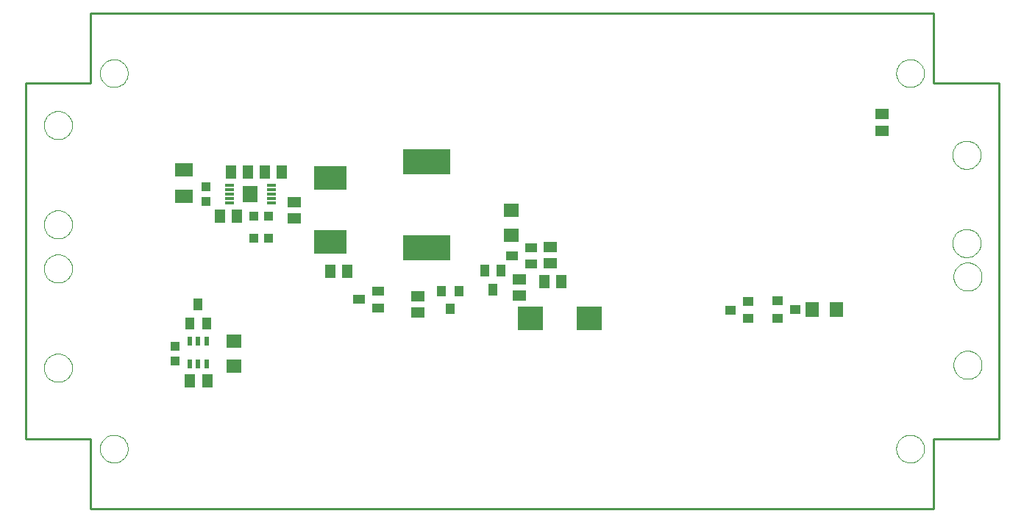
<source format=gtp>
G75*
%MOIN*%
%OFA0B0*%
%FSLAX24Y24*%
%IPPOS*%
%LPD*%
%AMOC8*
5,1,8,0,0,1.08239X$1,22.5*
%
%ADD10C,0.0100*%
%ADD11C,0.0000*%
%ADD12R,0.0400X0.0120*%
%ADD13R,0.0680X0.0750*%
%ADD14R,0.0512X0.0630*%
%ADD15R,0.0433X0.0394*%
%ADD16R,0.0787X0.0591*%
%ADD17R,0.2126X0.1142*%
%ADD18R,0.1496X0.1102*%
%ADD19R,0.0591X0.0512*%
%ADD20R,0.0394X0.0433*%
%ADD21R,0.0630X0.0710*%
%ADD22R,0.0472X0.0394*%
%ADD23R,0.0512X0.0591*%
%ADD24R,0.0551X0.0394*%
%ADD25R,0.0710X0.0630*%
%ADD26R,0.0394X0.0551*%
%ADD27R,0.0236X0.0433*%
%ADD28R,0.1161X0.1063*%
%ADD29R,0.0394X0.0472*%
D10*
X004668Y002075D02*
X042857Y002075D01*
X042857Y005224D01*
X045810Y005224D01*
X045810Y021366D01*
X042857Y021366D01*
X042857Y024516D01*
X004668Y024516D01*
X004668Y021366D01*
X001715Y021366D01*
X001715Y005224D01*
X004668Y005224D01*
X004668Y002075D01*
D11*
X005091Y004781D02*
X005093Y004831D01*
X005099Y004881D01*
X005109Y004930D01*
X005123Y004978D01*
X005140Y005025D01*
X005161Y005070D01*
X005186Y005114D01*
X005214Y005155D01*
X005246Y005194D01*
X005280Y005231D01*
X005317Y005265D01*
X005357Y005295D01*
X005399Y005322D01*
X005443Y005346D01*
X005489Y005367D01*
X005536Y005383D01*
X005584Y005396D01*
X005634Y005405D01*
X005683Y005410D01*
X005734Y005411D01*
X005784Y005408D01*
X005833Y005401D01*
X005882Y005390D01*
X005930Y005375D01*
X005976Y005357D01*
X006021Y005335D01*
X006064Y005309D01*
X006105Y005280D01*
X006144Y005248D01*
X006180Y005213D01*
X006212Y005175D01*
X006242Y005135D01*
X006269Y005092D01*
X006292Y005048D01*
X006311Y005002D01*
X006327Y004954D01*
X006339Y004905D01*
X006347Y004856D01*
X006351Y004806D01*
X006351Y004756D01*
X006347Y004706D01*
X006339Y004657D01*
X006327Y004608D01*
X006311Y004560D01*
X006292Y004514D01*
X006269Y004470D01*
X006242Y004427D01*
X006212Y004387D01*
X006180Y004349D01*
X006144Y004314D01*
X006105Y004282D01*
X006064Y004253D01*
X006021Y004227D01*
X005976Y004205D01*
X005930Y004187D01*
X005882Y004172D01*
X005833Y004161D01*
X005784Y004154D01*
X005734Y004151D01*
X005683Y004152D01*
X005634Y004157D01*
X005584Y004166D01*
X005536Y004179D01*
X005489Y004195D01*
X005443Y004216D01*
X005399Y004240D01*
X005357Y004267D01*
X005317Y004297D01*
X005280Y004331D01*
X005246Y004368D01*
X005214Y004407D01*
X005186Y004448D01*
X005161Y004492D01*
X005140Y004537D01*
X005123Y004584D01*
X005109Y004632D01*
X005099Y004681D01*
X005093Y004731D01*
X005091Y004781D01*
X002550Y008452D02*
X002552Y008502D01*
X002558Y008552D01*
X002568Y008601D01*
X002581Y008650D01*
X002599Y008697D01*
X002620Y008743D01*
X002644Y008786D01*
X002672Y008828D01*
X002703Y008868D01*
X002737Y008905D01*
X002774Y008939D01*
X002814Y008970D01*
X002856Y008998D01*
X002899Y009022D01*
X002945Y009043D01*
X002992Y009061D01*
X003041Y009074D01*
X003090Y009084D01*
X003140Y009090D01*
X003190Y009092D01*
X003240Y009090D01*
X003290Y009084D01*
X003339Y009074D01*
X003388Y009061D01*
X003435Y009043D01*
X003481Y009022D01*
X003524Y008998D01*
X003566Y008970D01*
X003606Y008939D01*
X003643Y008905D01*
X003677Y008868D01*
X003708Y008828D01*
X003736Y008786D01*
X003760Y008743D01*
X003781Y008697D01*
X003799Y008650D01*
X003812Y008601D01*
X003822Y008552D01*
X003828Y008502D01*
X003830Y008452D01*
X003828Y008402D01*
X003822Y008352D01*
X003812Y008303D01*
X003799Y008254D01*
X003781Y008207D01*
X003760Y008161D01*
X003736Y008118D01*
X003708Y008076D01*
X003677Y008036D01*
X003643Y007999D01*
X003606Y007965D01*
X003566Y007934D01*
X003524Y007906D01*
X003481Y007882D01*
X003435Y007861D01*
X003388Y007843D01*
X003339Y007830D01*
X003290Y007820D01*
X003240Y007814D01*
X003190Y007812D01*
X003140Y007814D01*
X003090Y007820D01*
X003041Y007830D01*
X002992Y007843D01*
X002945Y007861D01*
X002899Y007882D01*
X002856Y007906D01*
X002814Y007934D01*
X002774Y007965D01*
X002737Y007999D01*
X002703Y008036D01*
X002672Y008076D01*
X002644Y008118D01*
X002620Y008161D01*
X002599Y008207D01*
X002581Y008254D01*
X002568Y008303D01*
X002558Y008352D01*
X002552Y008402D01*
X002550Y008452D01*
X002550Y012952D02*
X002552Y013002D01*
X002558Y013052D01*
X002568Y013101D01*
X002581Y013150D01*
X002599Y013197D01*
X002620Y013243D01*
X002644Y013286D01*
X002672Y013328D01*
X002703Y013368D01*
X002737Y013405D01*
X002774Y013439D01*
X002814Y013470D01*
X002856Y013498D01*
X002899Y013522D01*
X002945Y013543D01*
X002992Y013561D01*
X003041Y013574D01*
X003090Y013584D01*
X003140Y013590D01*
X003190Y013592D01*
X003240Y013590D01*
X003290Y013584D01*
X003339Y013574D01*
X003388Y013561D01*
X003435Y013543D01*
X003481Y013522D01*
X003524Y013498D01*
X003566Y013470D01*
X003606Y013439D01*
X003643Y013405D01*
X003677Y013368D01*
X003708Y013328D01*
X003736Y013286D01*
X003760Y013243D01*
X003781Y013197D01*
X003799Y013150D01*
X003812Y013101D01*
X003822Y013052D01*
X003828Y013002D01*
X003830Y012952D01*
X003828Y012902D01*
X003822Y012852D01*
X003812Y012803D01*
X003799Y012754D01*
X003781Y012707D01*
X003760Y012661D01*
X003736Y012618D01*
X003708Y012576D01*
X003677Y012536D01*
X003643Y012499D01*
X003606Y012465D01*
X003566Y012434D01*
X003524Y012406D01*
X003481Y012382D01*
X003435Y012361D01*
X003388Y012343D01*
X003339Y012330D01*
X003290Y012320D01*
X003240Y012314D01*
X003190Y012312D01*
X003140Y012314D01*
X003090Y012320D01*
X003041Y012330D01*
X002992Y012343D01*
X002945Y012361D01*
X002899Y012382D01*
X002856Y012406D01*
X002814Y012434D01*
X002774Y012465D01*
X002737Y012499D01*
X002703Y012536D01*
X002672Y012576D01*
X002644Y012618D01*
X002620Y012661D01*
X002599Y012707D01*
X002581Y012754D01*
X002568Y012803D01*
X002558Y012852D01*
X002552Y012902D01*
X002550Y012952D01*
X002550Y014952D02*
X002552Y015002D01*
X002558Y015052D01*
X002568Y015101D01*
X002581Y015150D01*
X002599Y015197D01*
X002620Y015243D01*
X002644Y015286D01*
X002672Y015328D01*
X002703Y015368D01*
X002737Y015405D01*
X002774Y015439D01*
X002814Y015470D01*
X002856Y015498D01*
X002899Y015522D01*
X002945Y015543D01*
X002992Y015561D01*
X003041Y015574D01*
X003090Y015584D01*
X003140Y015590D01*
X003190Y015592D01*
X003240Y015590D01*
X003290Y015584D01*
X003339Y015574D01*
X003388Y015561D01*
X003435Y015543D01*
X003481Y015522D01*
X003524Y015498D01*
X003566Y015470D01*
X003606Y015439D01*
X003643Y015405D01*
X003677Y015368D01*
X003708Y015328D01*
X003736Y015286D01*
X003760Y015243D01*
X003781Y015197D01*
X003799Y015150D01*
X003812Y015101D01*
X003822Y015052D01*
X003828Y015002D01*
X003830Y014952D01*
X003828Y014902D01*
X003822Y014852D01*
X003812Y014803D01*
X003799Y014754D01*
X003781Y014707D01*
X003760Y014661D01*
X003736Y014618D01*
X003708Y014576D01*
X003677Y014536D01*
X003643Y014499D01*
X003606Y014465D01*
X003566Y014434D01*
X003524Y014406D01*
X003481Y014382D01*
X003435Y014361D01*
X003388Y014343D01*
X003339Y014330D01*
X003290Y014320D01*
X003240Y014314D01*
X003190Y014312D01*
X003140Y014314D01*
X003090Y014320D01*
X003041Y014330D01*
X002992Y014343D01*
X002945Y014361D01*
X002899Y014382D01*
X002856Y014406D01*
X002814Y014434D01*
X002774Y014465D01*
X002737Y014499D01*
X002703Y014536D01*
X002672Y014576D01*
X002644Y014618D01*
X002620Y014661D01*
X002599Y014707D01*
X002581Y014754D01*
X002568Y014803D01*
X002558Y014852D01*
X002552Y014902D01*
X002550Y014952D01*
X002550Y019452D02*
X002552Y019502D01*
X002558Y019552D01*
X002568Y019601D01*
X002581Y019650D01*
X002599Y019697D01*
X002620Y019743D01*
X002644Y019786D01*
X002672Y019828D01*
X002703Y019868D01*
X002737Y019905D01*
X002774Y019939D01*
X002814Y019970D01*
X002856Y019998D01*
X002899Y020022D01*
X002945Y020043D01*
X002992Y020061D01*
X003041Y020074D01*
X003090Y020084D01*
X003140Y020090D01*
X003190Y020092D01*
X003240Y020090D01*
X003290Y020084D01*
X003339Y020074D01*
X003388Y020061D01*
X003435Y020043D01*
X003481Y020022D01*
X003524Y019998D01*
X003566Y019970D01*
X003606Y019939D01*
X003643Y019905D01*
X003677Y019868D01*
X003708Y019828D01*
X003736Y019786D01*
X003760Y019743D01*
X003781Y019697D01*
X003799Y019650D01*
X003812Y019601D01*
X003822Y019552D01*
X003828Y019502D01*
X003830Y019452D01*
X003828Y019402D01*
X003822Y019352D01*
X003812Y019303D01*
X003799Y019254D01*
X003781Y019207D01*
X003760Y019161D01*
X003736Y019118D01*
X003708Y019076D01*
X003677Y019036D01*
X003643Y018999D01*
X003606Y018965D01*
X003566Y018934D01*
X003524Y018906D01*
X003481Y018882D01*
X003435Y018861D01*
X003388Y018843D01*
X003339Y018830D01*
X003290Y018820D01*
X003240Y018814D01*
X003190Y018812D01*
X003140Y018814D01*
X003090Y018820D01*
X003041Y018830D01*
X002992Y018843D01*
X002945Y018861D01*
X002899Y018882D01*
X002856Y018906D01*
X002814Y018934D01*
X002774Y018965D01*
X002737Y018999D01*
X002703Y019036D01*
X002672Y019076D01*
X002644Y019118D01*
X002620Y019161D01*
X002599Y019207D01*
X002581Y019254D01*
X002568Y019303D01*
X002558Y019352D01*
X002552Y019402D01*
X002550Y019452D01*
X005091Y021809D02*
X005093Y021859D01*
X005099Y021909D01*
X005109Y021958D01*
X005123Y022006D01*
X005140Y022053D01*
X005161Y022098D01*
X005186Y022142D01*
X005214Y022183D01*
X005246Y022222D01*
X005280Y022259D01*
X005317Y022293D01*
X005357Y022323D01*
X005399Y022350D01*
X005443Y022374D01*
X005489Y022395D01*
X005536Y022411D01*
X005584Y022424D01*
X005634Y022433D01*
X005683Y022438D01*
X005734Y022439D01*
X005784Y022436D01*
X005833Y022429D01*
X005882Y022418D01*
X005930Y022403D01*
X005976Y022385D01*
X006021Y022363D01*
X006064Y022337D01*
X006105Y022308D01*
X006144Y022276D01*
X006180Y022241D01*
X006212Y022203D01*
X006242Y022163D01*
X006269Y022120D01*
X006292Y022076D01*
X006311Y022030D01*
X006327Y021982D01*
X006339Y021933D01*
X006347Y021884D01*
X006351Y021834D01*
X006351Y021784D01*
X006347Y021734D01*
X006339Y021685D01*
X006327Y021636D01*
X006311Y021588D01*
X006292Y021542D01*
X006269Y021498D01*
X006242Y021455D01*
X006212Y021415D01*
X006180Y021377D01*
X006144Y021342D01*
X006105Y021310D01*
X006064Y021281D01*
X006021Y021255D01*
X005976Y021233D01*
X005930Y021215D01*
X005882Y021200D01*
X005833Y021189D01*
X005784Y021182D01*
X005734Y021179D01*
X005683Y021180D01*
X005634Y021185D01*
X005584Y021194D01*
X005536Y021207D01*
X005489Y021223D01*
X005443Y021244D01*
X005399Y021268D01*
X005357Y021295D01*
X005317Y021325D01*
X005280Y021359D01*
X005246Y021396D01*
X005214Y021435D01*
X005186Y021476D01*
X005161Y021520D01*
X005140Y021565D01*
X005123Y021612D01*
X005109Y021660D01*
X005099Y021709D01*
X005093Y021759D01*
X005091Y021809D01*
X041174Y021809D02*
X041176Y021859D01*
X041182Y021909D01*
X041192Y021958D01*
X041206Y022006D01*
X041223Y022053D01*
X041244Y022098D01*
X041269Y022142D01*
X041297Y022183D01*
X041329Y022222D01*
X041363Y022259D01*
X041400Y022293D01*
X041440Y022323D01*
X041482Y022350D01*
X041526Y022374D01*
X041572Y022395D01*
X041619Y022411D01*
X041667Y022424D01*
X041717Y022433D01*
X041766Y022438D01*
X041817Y022439D01*
X041867Y022436D01*
X041916Y022429D01*
X041965Y022418D01*
X042013Y022403D01*
X042059Y022385D01*
X042104Y022363D01*
X042147Y022337D01*
X042188Y022308D01*
X042227Y022276D01*
X042263Y022241D01*
X042295Y022203D01*
X042325Y022163D01*
X042352Y022120D01*
X042375Y022076D01*
X042394Y022030D01*
X042410Y021982D01*
X042422Y021933D01*
X042430Y021884D01*
X042434Y021834D01*
X042434Y021784D01*
X042430Y021734D01*
X042422Y021685D01*
X042410Y021636D01*
X042394Y021588D01*
X042375Y021542D01*
X042352Y021498D01*
X042325Y021455D01*
X042295Y021415D01*
X042263Y021377D01*
X042227Y021342D01*
X042188Y021310D01*
X042147Y021281D01*
X042104Y021255D01*
X042059Y021233D01*
X042013Y021215D01*
X041965Y021200D01*
X041916Y021189D01*
X041867Y021182D01*
X041817Y021179D01*
X041766Y021180D01*
X041717Y021185D01*
X041667Y021194D01*
X041619Y021207D01*
X041572Y021223D01*
X041526Y021244D01*
X041482Y021268D01*
X041440Y021295D01*
X041400Y021325D01*
X041363Y021359D01*
X041329Y021396D01*
X041297Y021435D01*
X041269Y021476D01*
X041244Y021520D01*
X041223Y021565D01*
X041206Y021612D01*
X041192Y021660D01*
X041182Y021709D01*
X041176Y021759D01*
X041174Y021809D01*
X043718Y018102D02*
X043720Y018152D01*
X043726Y018202D01*
X043736Y018251D01*
X043749Y018300D01*
X043767Y018347D01*
X043788Y018393D01*
X043812Y018436D01*
X043840Y018478D01*
X043871Y018518D01*
X043905Y018555D01*
X043942Y018589D01*
X043982Y018620D01*
X044024Y018648D01*
X044067Y018672D01*
X044113Y018693D01*
X044160Y018711D01*
X044209Y018724D01*
X044258Y018734D01*
X044308Y018740D01*
X044358Y018742D01*
X044408Y018740D01*
X044458Y018734D01*
X044507Y018724D01*
X044556Y018711D01*
X044603Y018693D01*
X044649Y018672D01*
X044692Y018648D01*
X044734Y018620D01*
X044774Y018589D01*
X044811Y018555D01*
X044845Y018518D01*
X044876Y018478D01*
X044904Y018436D01*
X044928Y018393D01*
X044949Y018347D01*
X044967Y018300D01*
X044980Y018251D01*
X044990Y018202D01*
X044996Y018152D01*
X044998Y018102D01*
X044996Y018052D01*
X044990Y018002D01*
X044980Y017953D01*
X044967Y017904D01*
X044949Y017857D01*
X044928Y017811D01*
X044904Y017768D01*
X044876Y017726D01*
X044845Y017686D01*
X044811Y017649D01*
X044774Y017615D01*
X044734Y017584D01*
X044692Y017556D01*
X044649Y017532D01*
X044603Y017511D01*
X044556Y017493D01*
X044507Y017480D01*
X044458Y017470D01*
X044408Y017464D01*
X044358Y017462D01*
X044308Y017464D01*
X044258Y017470D01*
X044209Y017480D01*
X044160Y017493D01*
X044113Y017511D01*
X044067Y017532D01*
X044024Y017556D01*
X043982Y017584D01*
X043942Y017615D01*
X043905Y017649D01*
X043871Y017686D01*
X043840Y017726D01*
X043812Y017768D01*
X043788Y017811D01*
X043767Y017857D01*
X043749Y017904D01*
X043736Y017953D01*
X043726Y018002D01*
X043720Y018052D01*
X043718Y018102D01*
X043718Y014102D02*
X043720Y014152D01*
X043726Y014202D01*
X043736Y014251D01*
X043749Y014300D01*
X043767Y014347D01*
X043788Y014393D01*
X043812Y014436D01*
X043840Y014478D01*
X043871Y014518D01*
X043905Y014555D01*
X043942Y014589D01*
X043982Y014620D01*
X044024Y014648D01*
X044067Y014672D01*
X044113Y014693D01*
X044160Y014711D01*
X044209Y014724D01*
X044258Y014734D01*
X044308Y014740D01*
X044358Y014742D01*
X044408Y014740D01*
X044458Y014734D01*
X044507Y014724D01*
X044556Y014711D01*
X044603Y014693D01*
X044649Y014672D01*
X044692Y014648D01*
X044734Y014620D01*
X044774Y014589D01*
X044811Y014555D01*
X044845Y014518D01*
X044876Y014478D01*
X044904Y014436D01*
X044928Y014393D01*
X044949Y014347D01*
X044967Y014300D01*
X044980Y014251D01*
X044990Y014202D01*
X044996Y014152D01*
X044998Y014102D01*
X044996Y014052D01*
X044990Y014002D01*
X044980Y013953D01*
X044967Y013904D01*
X044949Y013857D01*
X044928Y013811D01*
X044904Y013768D01*
X044876Y013726D01*
X044845Y013686D01*
X044811Y013649D01*
X044774Y013615D01*
X044734Y013584D01*
X044692Y013556D01*
X044649Y013532D01*
X044603Y013511D01*
X044556Y013493D01*
X044507Y013480D01*
X044458Y013470D01*
X044408Y013464D01*
X044358Y013462D01*
X044308Y013464D01*
X044258Y013470D01*
X044209Y013480D01*
X044160Y013493D01*
X044113Y013511D01*
X044067Y013532D01*
X044024Y013556D01*
X043982Y013584D01*
X043942Y013615D01*
X043905Y013649D01*
X043871Y013686D01*
X043840Y013726D01*
X043812Y013768D01*
X043788Y013811D01*
X043767Y013857D01*
X043749Y013904D01*
X043736Y013953D01*
X043726Y014002D01*
X043720Y014052D01*
X043718Y014102D01*
X043762Y012585D02*
X043764Y012635D01*
X043770Y012685D01*
X043780Y012734D01*
X043793Y012783D01*
X043811Y012830D01*
X043832Y012876D01*
X043856Y012919D01*
X043884Y012961D01*
X043915Y013001D01*
X043949Y013038D01*
X043986Y013072D01*
X044026Y013103D01*
X044068Y013131D01*
X044111Y013155D01*
X044157Y013176D01*
X044204Y013194D01*
X044253Y013207D01*
X044302Y013217D01*
X044352Y013223D01*
X044402Y013225D01*
X044452Y013223D01*
X044502Y013217D01*
X044551Y013207D01*
X044600Y013194D01*
X044647Y013176D01*
X044693Y013155D01*
X044736Y013131D01*
X044778Y013103D01*
X044818Y013072D01*
X044855Y013038D01*
X044889Y013001D01*
X044920Y012961D01*
X044948Y012919D01*
X044972Y012876D01*
X044993Y012830D01*
X045011Y012783D01*
X045024Y012734D01*
X045034Y012685D01*
X045040Y012635D01*
X045042Y012585D01*
X045040Y012535D01*
X045034Y012485D01*
X045024Y012436D01*
X045011Y012387D01*
X044993Y012340D01*
X044972Y012294D01*
X044948Y012251D01*
X044920Y012209D01*
X044889Y012169D01*
X044855Y012132D01*
X044818Y012098D01*
X044778Y012067D01*
X044736Y012039D01*
X044693Y012015D01*
X044647Y011994D01*
X044600Y011976D01*
X044551Y011963D01*
X044502Y011953D01*
X044452Y011947D01*
X044402Y011945D01*
X044352Y011947D01*
X044302Y011953D01*
X044253Y011963D01*
X044204Y011976D01*
X044157Y011994D01*
X044111Y012015D01*
X044068Y012039D01*
X044026Y012067D01*
X043986Y012098D01*
X043949Y012132D01*
X043915Y012169D01*
X043884Y012209D01*
X043856Y012251D01*
X043832Y012294D01*
X043811Y012340D01*
X043793Y012387D01*
X043780Y012436D01*
X043770Y012485D01*
X043764Y012535D01*
X043762Y012585D01*
X043762Y008585D02*
X043764Y008635D01*
X043770Y008685D01*
X043780Y008734D01*
X043793Y008783D01*
X043811Y008830D01*
X043832Y008876D01*
X043856Y008919D01*
X043884Y008961D01*
X043915Y009001D01*
X043949Y009038D01*
X043986Y009072D01*
X044026Y009103D01*
X044068Y009131D01*
X044111Y009155D01*
X044157Y009176D01*
X044204Y009194D01*
X044253Y009207D01*
X044302Y009217D01*
X044352Y009223D01*
X044402Y009225D01*
X044452Y009223D01*
X044502Y009217D01*
X044551Y009207D01*
X044600Y009194D01*
X044647Y009176D01*
X044693Y009155D01*
X044736Y009131D01*
X044778Y009103D01*
X044818Y009072D01*
X044855Y009038D01*
X044889Y009001D01*
X044920Y008961D01*
X044948Y008919D01*
X044972Y008876D01*
X044993Y008830D01*
X045011Y008783D01*
X045024Y008734D01*
X045034Y008685D01*
X045040Y008635D01*
X045042Y008585D01*
X045040Y008535D01*
X045034Y008485D01*
X045024Y008436D01*
X045011Y008387D01*
X044993Y008340D01*
X044972Y008294D01*
X044948Y008251D01*
X044920Y008209D01*
X044889Y008169D01*
X044855Y008132D01*
X044818Y008098D01*
X044778Y008067D01*
X044736Y008039D01*
X044693Y008015D01*
X044647Y007994D01*
X044600Y007976D01*
X044551Y007963D01*
X044502Y007953D01*
X044452Y007947D01*
X044402Y007945D01*
X044352Y007947D01*
X044302Y007953D01*
X044253Y007963D01*
X044204Y007976D01*
X044157Y007994D01*
X044111Y008015D01*
X044068Y008039D01*
X044026Y008067D01*
X043986Y008098D01*
X043949Y008132D01*
X043915Y008169D01*
X043884Y008209D01*
X043856Y008251D01*
X043832Y008294D01*
X043811Y008340D01*
X043793Y008387D01*
X043780Y008436D01*
X043770Y008485D01*
X043764Y008535D01*
X043762Y008585D01*
X041174Y004781D02*
X041176Y004831D01*
X041182Y004881D01*
X041192Y004930D01*
X041206Y004978D01*
X041223Y005025D01*
X041244Y005070D01*
X041269Y005114D01*
X041297Y005155D01*
X041329Y005194D01*
X041363Y005231D01*
X041400Y005265D01*
X041440Y005295D01*
X041482Y005322D01*
X041526Y005346D01*
X041572Y005367D01*
X041619Y005383D01*
X041667Y005396D01*
X041717Y005405D01*
X041766Y005410D01*
X041817Y005411D01*
X041867Y005408D01*
X041916Y005401D01*
X041965Y005390D01*
X042013Y005375D01*
X042059Y005357D01*
X042104Y005335D01*
X042147Y005309D01*
X042188Y005280D01*
X042227Y005248D01*
X042263Y005213D01*
X042295Y005175D01*
X042325Y005135D01*
X042352Y005092D01*
X042375Y005048D01*
X042394Y005002D01*
X042410Y004954D01*
X042422Y004905D01*
X042430Y004856D01*
X042434Y004806D01*
X042434Y004756D01*
X042430Y004706D01*
X042422Y004657D01*
X042410Y004608D01*
X042394Y004560D01*
X042375Y004514D01*
X042352Y004470D01*
X042325Y004427D01*
X042295Y004387D01*
X042263Y004349D01*
X042227Y004314D01*
X042188Y004282D01*
X042147Y004253D01*
X042104Y004227D01*
X042059Y004205D01*
X042013Y004187D01*
X041965Y004172D01*
X041916Y004161D01*
X041867Y004154D01*
X041817Y004151D01*
X041766Y004152D01*
X041717Y004157D01*
X041667Y004166D01*
X041619Y004179D01*
X041572Y004195D01*
X041526Y004216D01*
X041482Y004240D01*
X041440Y004267D01*
X041400Y004297D01*
X041363Y004331D01*
X041329Y004368D01*
X041297Y004407D01*
X041269Y004448D01*
X041244Y004492D01*
X041223Y004537D01*
X041206Y004584D01*
X041192Y004632D01*
X041182Y004681D01*
X041176Y004731D01*
X041174Y004781D01*
D12*
X012849Y015940D03*
X012849Y016137D03*
X012849Y016334D03*
X012849Y016531D03*
X012849Y016728D03*
X010959Y016728D03*
X010959Y016531D03*
X010959Y016334D03*
X010959Y016137D03*
X010959Y015940D03*
D13*
X011904Y016334D03*
D14*
X011798Y017334D03*
X011011Y017334D03*
X012552Y017318D03*
X013340Y017318D03*
X011298Y015334D03*
X010511Y015334D03*
X015511Y012834D03*
X016298Y012834D03*
X009948Y007863D03*
X009161Y007863D03*
D15*
X008493Y008747D03*
X008493Y009416D03*
X009904Y015999D03*
X009904Y016669D03*
D16*
X008904Y016243D03*
X008904Y017424D03*
D17*
X019904Y017783D03*
X019904Y013885D03*
D18*
X015540Y014148D03*
X015540Y017061D03*
D19*
X013889Y015974D03*
X013889Y015226D03*
X019494Y011705D03*
X019494Y010957D03*
X024107Y011728D03*
X024107Y012476D03*
X025509Y013185D03*
X025509Y013933D03*
X040528Y019204D03*
X040528Y019952D03*
D20*
X012739Y015334D03*
X012070Y015334D03*
X012070Y014334D03*
X012739Y014334D03*
D21*
X037348Y011100D03*
X038467Y011100D03*
D22*
X036590Y011102D03*
X035802Y011495D03*
X035802Y010708D03*
X034463Y010682D03*
X033675Y011076D03*
X034463Y011469D03*
D23*
X025980Y012361D03*
X025232Y012361D03*
D24*
X024611Y013159D03*
X023745Y013533D03*
X024611Y013907D03*
X017686Y011924D03*
X016820Y011550D03*
X017686Y011176D03*
D25*
X023743Y014459D03*
X023743Y015579D03*
X011156Y009645D03*
X011156Y008526D03*
D26*
X009914Y010470D03*
X009166Y010470D03*
X009540Y011336D03*
X022520Y012853D03*
X023268Y012853D03*
X022894Y011987D03*
D27*
X009914Y009676D03*
X009540Y009676D03*
X009166Y009676D03*
X009166Y008613D03*
X009540Y008613D03*
X009914Y008613D03*
D28*
X024594Y010685D03*
X027251Y010685D03*
D29*
X021349Y011923D03*
X020562Y011923D03*
X020956Y011136D03*
M02*

</source>
